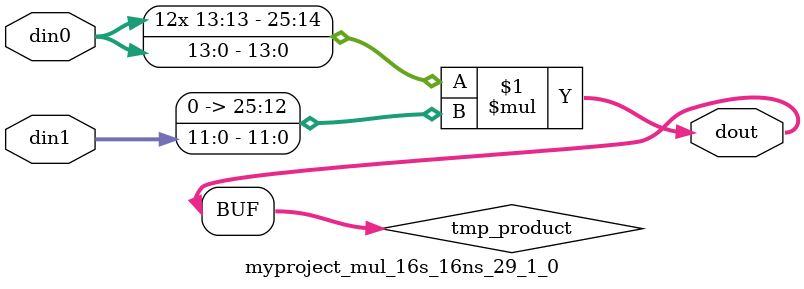
<source format=v>

`timescale 1 ns / 1 ps

  module myproject_mul_16s_16ns_29_1_0(din0, din1, dout);
parameter ID = 1;
parameter NUM_STAGE = 0;
parameter din0_WIDTH = 14;
parameter din1_WIDTH = 12;
parameter dout_WIDTH = 26;

input [din0_WIDTH - 1 : 0] din0; 
input [din1_WIDTH - 1 : 0] din1; 
output [dout_WIDTH - 1 : 0] dout;

wire signed [dout_WIDTH - 1 : 0] tmp_product;












assign tmp_product = $signed(din0) * $signed({1'b0, din1});









assign dout = tmp_product;







endmodule

</source>
